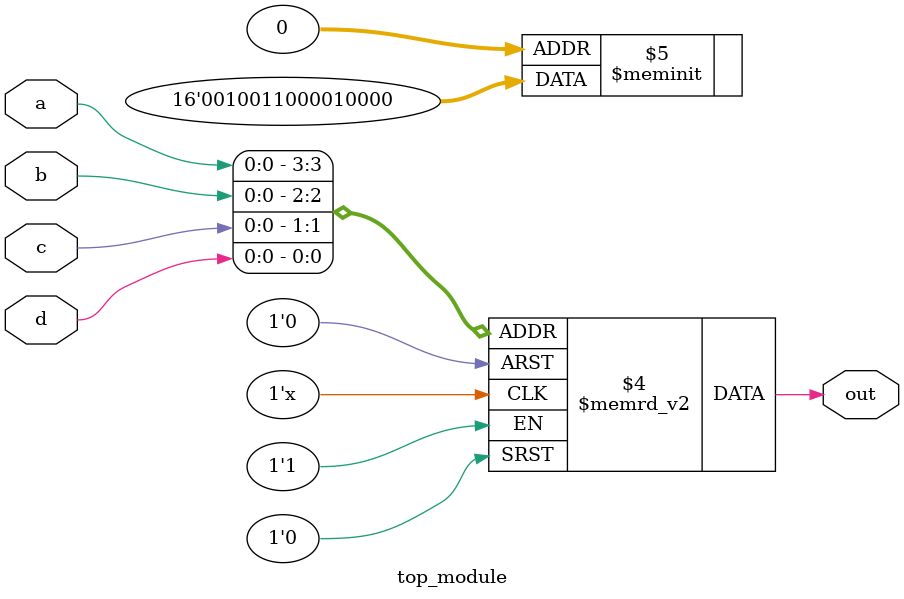
<source format=sv>
module top_module (
    input a, 
    input b,
    input c,
    input d,
    output reg out
);
    
    always @* begin
        case ({a, b, c, d})
            4'b0000, 4'b0011, 4'b0111, 4'b1110: out = 0;
            4'b0100, 4'b1001, 4'b1101, 4'b1010: out = 1;
            default: out = 0;
        endcase
    end
endmodule

</source>
